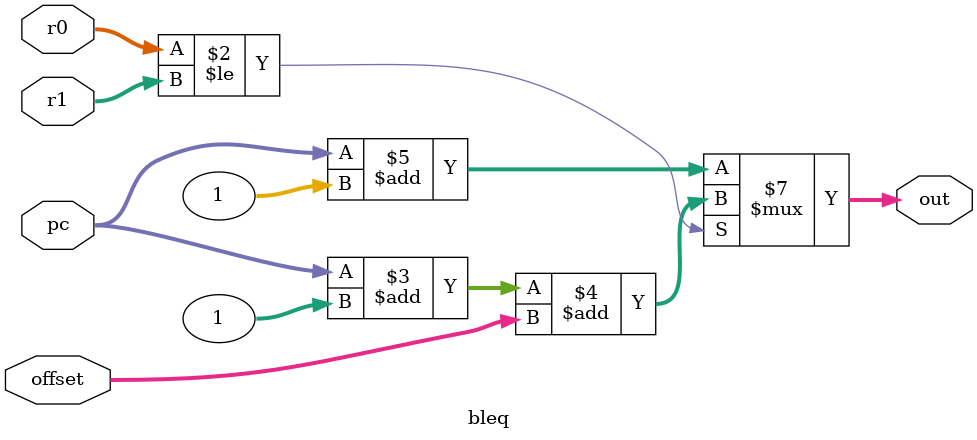
<source format=v>
module bleq(
    input [31:0] r0,
    input [31:0] r1,
    input [31:0] offset,
    input [31:0] pc,
    output reg [31:0] out
);

always @* begin
    if(r0 <= r1) begin
        out = pc + 1 + offset;
    end else begin
        out = pc + 1;
    end
end


endmodule 
</source>
